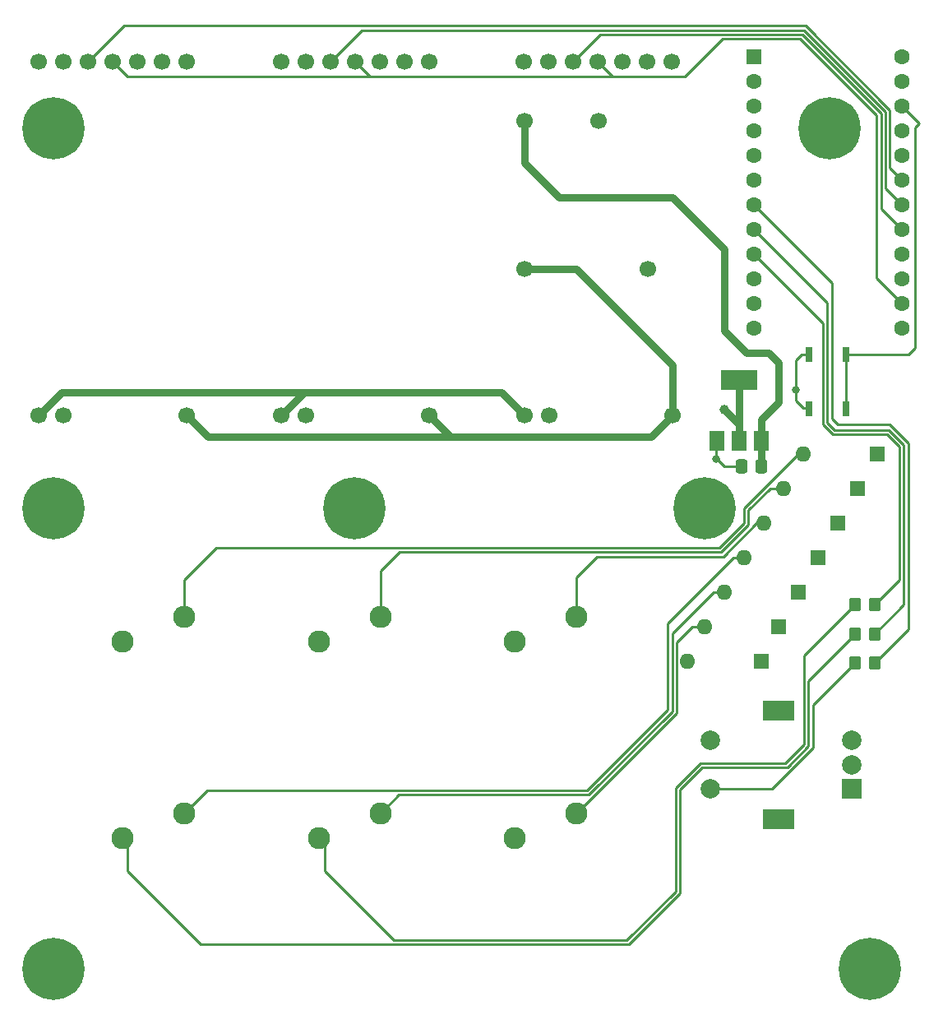
<source format=gtl>
G04 #@! TF.GenerationSoftware,KiCad,Pcbnew,7.0.1*
G04 #@! TF.CreationDate,2023-04-24T18:26:10+10:00*
G04 #@! TF.ProjectId,phi,7068692e-6b69-4636-9164-5f7063625858,rev?*
G04 #@! TF.SameCoordinates,Original*
G04 #@! TF.FileFunction,Copper,L1,Top*
G04 #@! TF.FilePolarity,Positive*
%FSLAX46Y46*%
G04 Gerber Fmt 4.6, Leading zero omitted, Abs format (unit mm)*
G04 Created by KiCad (PCBNEW 7.0.1) date 2023-04-24 18:26:10*
%MOMM*%
%LPD*%
G01*
G04 APERTURE LIST*
G04 Aperture macros list*
%AMRoundRect*
0 Rectangle with rounded corners*
0 $1 Rounding radius*
0 $2 $3 $4 $5 $6 $7 $8 $9 X,Y pos of 4 corners*
0 Add a 4 corners polygon primitive as box body*
4,1,4,$2,$3,$4,$5,$6,$7,$8,$9,$2,$3,0*
0 Add four circle primitives for the rounded corners*
1,1,$1+$1,$2,$3*
1,1,$1+$1,$4,$5*
1,1,$1+$1,$6,$7*
1,1,$1+$1,$8,$9*
0 Add four rect primitives between the rounded corners*
20,1,$1+$1,$2,$3,$4,$5,0*
20,1,$1+$1,$4,$5,$6,$7,0*
20,1,$1+$1,$6,$7,$8,$9,0*
20,1,$1+$1,$8,$9,$2,$3,0*%
G04 Aperture macros list end*
G04 #@! TA.AperFunction,ComponentPad*
%ADD10C,1.700000*%
G04 #@! TD*
G04 #@! TA.AperFunction,ComponentPad*
%ADD11C,2.286000*%
G04 #@! TD*
G04 #@! TA.AperFunction,ComponentPad*
%ADD12R,1.600000X1.600000*%
G04 #@! TD*
G04 #@! TA.AperFunction,ComponentPad*
%ADD13O,1.600000X1.600000*%
G04 #@! TD*
G04 #@! TA.AperFunction,SMDPad,CuDef*
%ADD14RoundRect,0.250000X0.350000X0.450000X-0.350000X0.450000X-0.350000X-0.450000X0.350000X-0.450000X0*%
G04 #@! TD*
G04 #@! TA.AperFunction,SMDPad,CuDef*
%ADD15R,1.500000X2.000000*%
G04 #@! TD*
G04 #@! TA.AperFunction,SMDPad,CuDef*
%ADD16R,3.800000X2.000000*%
G04 #@! TD*
G04 #@! TA.AperFunction,ComponentPad*
%ADD17C,0.800000*%
G04 #@! TD*
G04 #@! TA.AperFunction,ComponentPad*
%ADD18C,6.400000*%
G04 #@! TD*
G04 #@! TA.AperFunction,SMDPad,CuDef*
%ADD19RoundRect,0.250000X0.337500X0.475000X-0.337500X0.475000X-0.337500X-0.475000X0.337500X-0.475000X0*%
G04 #@! TD*
G04 #@! TA.AperFunction,SMDPad,CuDef*
%ADD20R,0.762000X1.524000*%
G04 #@! TD*
G04 #@! TA.AperFunction,SMDPad,CuDef*
%ADD21RoundRect,0.250000X-0.350000X-0.450000X0.350000X-0.450000X0.350000X0.450000X-0.350000X0.450000X0*%
G04 #@! TD*
G04 #@! TA.AperFunction,ComponentPad*
%ADD22R,2.000000X2.000000*%
G04 #@! TD*
G04 #@! TA.AperFunction,ComponentPad*
%ADD23C,2.000000*%
G04 #@! TD*
G04 #@! TA.AperFunction,ComponentPad*
%ADD24R,3.200000X2.000000*%
G04 #@! TD*
G04 #@! TA.AperFunction,ComponentPad*
%ADD25C,1.600000*%
G04 #@! TD*
G04 #@! TA.AperFunction,ViaPad*
%ADD26C,1.000000*%
G04 #@! TD*
G04 #@! TA.AperFunction,ViaPad*
%ADD27C,0.800000*%
G04 #@! TD*
G04 #@! TA.AperFunction,Conductor*
%ADD28C,0.750000*%
G04 #@! TD*
G04 #@! TA.AperFunction,Conductor*
%ADD29C,0.250000*%
G04 #@! TD*
G04 APERTURE END LIST*
D10*
X100100000Y-68200000D03*
X87400000Y-68200000D03*
X84860000Y-68200000D03*
X100080000Y-31800000D03*
X97540000Y-31800000D03*
X95000000Y-31800000D03*
X92460000Y-31800000D03*
X89920000Y-31800000D03*
X87380000Y-31800000D03*
X84840000Y-31800000D03*
D11*
X95073000Y-109165000D03*
X88723000Y-111705000D03*
D12*
X134309000Y-93511000D03*
D13*
X126689000Y-93511000D03*
D14*
X145977000Y-90729000D03*
X143977000Y-90729000D03*
D10*
X125130000Y-68200000D03*
X112430000Y-68200000D03*
X109890000Y-68200000D03*
X125110000Y-31800000D03*
X122570000Y-31800000D03*
X120030000Y-31800000D03*
X117490000Y-31800000D03*
X114950000Y-31800000D03*
X112410000Y-31800000D03*
X109870000Y-31800000D03*
D14*
X145977000Y-87681000D03*
X143977000Y-87681000D03*
D12*
X144215000Y-75743000D03*
D13*
X136595000Y-75743000D03*
D15*
X129723000Y-70867000D03*
X132023000Y-70867000D03*
D16*
X132023000Y-64567000D03*
D15*
X134323000Y-70867000D03*
D17*
X126067000Y-77775000D03*
X126769944Y-76077944D03*
X126769944Y-79472056D03*
X128467000Y-75375000D03*
D18*
X128467000Y-77775000D03*
D17*
X128467000Y-80175000D03*
X130164056Y-76077944D03*
X130164056Y-79472056D03*
X130867000Y-77775000D03*
X138940056Y-38659000D03*
X139643000Y-36961944D03*
X139643000Y-40356056D03*
X141340056Y-36259000D03*
D18*
X141340056Y-38659000D03*
D17*
X141340056Y-41059000D03*
X143037112Y-36961944D03*
X143037112Y-40356056D03*
X143740056Y-38659000D03*
D10*
X75140000Y-68200000D03*
X62440000Y-68200000D03*
X59900000Y-68200000D03*
X75120000Y-31800000D03*
X72580000Y-31800000D03*
X70040000Y-31800000D03*
X67500000Y-31800000D03*
X64960000Y-31800000D03*
X62420000Y-31800000D03*
X59880000Y-31800000D03*
D17*
X143085000Y-125155000D03*
X143787944Y-123457944D03*
X143787944Y-126852056D03*
X145485000Y-122755000D03*
D18*
X145485000Y-125155000D03*
D17*
X145485000Y-127555000D03*
X147182056Y-123457944D03*
X147182056Y-126852056D03*
X147885000Y-125155000D03*
D19*
X134330500Y-73457000D03*
X132255500Y-73457000D03*
D17*
X59011000Y-38659000D03*
X59713944Y-36961944D03*
X59713944Y-40356056D03*
X61411000Y-36259000D03*
D18*
X61411000Y-38659000D03*
D17*
X61411000Y-41059000D03*
X63108056Y-36961944D03*
X63108056Y-40356056D03*
X63811000Y-38659000D03*
D11*
X74859000Y-109165000D03*
X68509000Y-111705000D03*
X74873000Y-88965000D03*
X68523000Y-91505000D03*
D12*
X142183000Y-79299000D03*
D13*
X134563000Y-79299000D03*
D20*
X143046000Y-61943000D03*
X139236000Y-61943000D03*
X143046000Y-67531000D03*
X139236000Y-67531000D03*
D12*
X146247000Y-72187000D03*
D13*
X138627000Y-72187000D03*
D17*
X59011000Y-125155000D03*
X59713944Y-123457944D03*
X59713944Y-126852056D03*
X61411000Y-122755000D03*
D18*
X61411000Y-125155000D03*
D17*
X61411000Y-127555000D03*
X63108056Y-123457944D03*
X63108056Y-126852056D03*
X63811000Y-125155000D03*
X89999000Y-77775000D03*
X90701944Y-76077944D03*
X90701944Y-79472056D03*
X92399000Y-75375000D03*
D18*
X92399000Y-77775000D03*
D17*
X92399000Y-80175000D03*
X94096056Y-76077944D03*
X94096056Y-79472056D03*
X94799000Y-77775000D03*
D12*
X136087000Y-89955000D03*
D13*
X128467000Y-89955000D03*
D11*
X95073000Y-88965000D03*
X88723000Y-91505000D03*
D17*
X59011000Y-77775000D03*
X59713944Y-76077944D03*
X59713944Y-79472056D03*
X61411000Y-75375000D03*
D18*
X61411000Y-77775000D03*
D17*
X61411000Y-80175000D03*
X63108056Y-76077944D03*
X63108056Y-79472056D03*
X63811000Y-77775000D03*
D11*
X115273000Y-109165000D03*
X108923000Y-111705000D03*
D21*
X143977000Y-93679000D03*
X145977000Y-93679000D03*
D11*
X115273000Y-88965000D03*
X108923000Y-91505000D03*
D12*
X138119000Y-86399000D03*
D13*
X130499000Y-86399000D03*
D12*
X140151000Y-82855000D03*
D13*
X132531000Y-82855000D03*
D22*
X143591000Y-106691000D03*
D23*
X143591000Y-101691000D03*
X143591000Y-104191000D03*
D24*
X136091000Y-109791000D03*
X136091000Y-98591000D03*
D23*
X129091000Y-101691000D03*
X129091000Y-106691000D03*
D12*
X133547000Y-31293000D03*
D25*
X133547000Y-33833000D03*
X133547000Y-36373000D03*
X133547000Y-38913000D03*
X133547000Y-41453000D03*
X133547000Y-43993000D03*
X133547000Y-46533000D03*
X133547000Y-49073000D03*
X133547000Y-51613000D03*
X133547000Y-54153000D03*
X133547000Y-56693000D03*
X133547000Y-59233000D03*
X148787000Y-59233000D03*
X148787000Y-56693000D03*
X148787000Y-54153000D03*
X148787000Y-51613000D03*
X148787000Y-49073000D03*
X148787000Y-46533000D03*
X148787000Y-43993000D03*
X148787000Y-41453000D03*
X148787000Y-38913000D03*
X148787000Y-36373000D03*
X148787000Y-33833000D03*
X148787000Y-31293000D03*
D10*
X109925000Y-37897000D03*
X117545000Y-37897000D03*
X109925000Y-53137000D03*
X122625000Y-53137000D03*
D26*
X130499000Y-67615000D03*
D27*
X129641000Y-72737000D03*
X137865000Y-65583000D03*
D28*
X87223000Y-65837000D02*
X62263000Y-65837000D01*
X132023000Y-67717000D02*
X132023000Y-64567000D01*
X131871000Y-68987000D02*
X130499000Y-67615000D01*
X107527000Y-65837000D02*
X87223000Y-65837000D01*
X87223000Y-65837000D02*
X84860000Y-68200000D01*
X132023000Y-70867000D02*
X132023000Y-68987000D01*
X109890000Y-68200000D02*
X107527000Y-65837000D01*
X62263000Y-65837000D02*
X59900000Y-68200000D01*
X132023000Y-68987000D02*
X132023000Y-67717000D01*
D29*
X137865000Y-65583000D02*
X137865000Y-66726000D01*
X129641000Y-72737000D02*
X129641000Y-70949000D01*
X129737000Y-72695000D02*
X130499000Y-73457000D01*
X138627000Y-67488000D02*
X139193000Y-67488000D01*
X138435000Y-61943000D02*
X139236000Y-61943000D01*
X129641000Y-72737000D02*
X129723000Y-72681000D01*
X130499000Y-73457000D02*
X132255500Y-73457000D01*
X139193000Y-67488000D02*
X139236000Y-67531000D01*
X129641000Y-70949000D02*
X129723000Y-70867000D01*
X137865000Y-62513000D02*
X138435000Y-61943000D01*
X137865000Y-66726000D02*
X138627000Y-67488000D01*
X129723000Y-72681000D02*
X129737000Y-72695000D01*
X137865000Y-65583000D02*
X137865000Y-62513000D01*
D28*
X136087000Y-66853000D02*
X134323000Y-68617000D01*
X134323000Y-70867000D02*
X134323000Y-72804500D01*
X109925000Y-42215000D02*
X113481000Y-45771000D01*
X113481000Y-45771000D02*
X125165000Y-45771000D01*
X134323000Y-68617000D02*
X134323000Y-70867000D01*
X136087000Y-62789000D02*
X136087000Y-66853000D01*
X109925000Y-37897000D02*
X109925000Y-42215000D01*
X135071000Y-61773000D02*
X136087000Y-62789000D01*
X130499000Y-59487000D02*
X132785000Y-61773000D01*
X132785000Y-61773000D02*
X135071000Y-61773000D01*
X125165000Y-45771000D02*
X130499000Y-51105000D01*
X130499000Y-51105000D02*
X130499000Y-59487000D01*
D29*
X78175000Y-81839000D02*
X74873000Y-85141000D01*
X129991000Y-81839000D02*
X78175000Y-81839000D01*
X132531000Y-77775000D02*
X132531000Y-79299000D01*
X132531000Y-79299000D02*
X129991000Y-81839000D01*
X138119000Y-72187000D02*
X132531000Y-77775000D01*
X74873000Y-85141000D02*
X74873000Y-88965000D01*
X138627000Y-72187000D02*
X138119000Y-72187000D01*
X130177396Y-82289000D02*
X97029000Y-82289000D01*
X135199396Y-75743000D02*
X132981000Y-77961396D01*
X132981000Y-79485396D02*
X130177396Y-82289000D01*
X132981000Y-77961396D02*
X132981000Y-79485396D01*
X136595000Y-75743000D02*
X135199396Y-75743000D01*
X97029000Y-82289000D02*
X95073000Y-84245000D01*
X95073000Y-84245000D02*
X95073000Y-88965000D01*
X134563000Y-79299000D02*
X133803792Y-79299000D01*
X115273000Y-84873000D02*
X115273000Y-88965000D01*
X130363792Y-82739000D02*
X117407000Y-82739000D01*
X117407000Y-82739000D02*
X115273000Y-84873000D01*
X133803792Y-79299000D02*
X130363792Y-82739000D01*
X124657000Y-98488604D02*
X116342604Y-106803000D01*
X77221000Y-106803000D02*
X74859000Y-109165000D01*
X116342604Y-106803000D02*
X77221000Y-106803000D01*
X124657000Y-89597630D02*
X124657000Y-98488604D01*
X132531000Y-82855000D02*
X131399630Y-82855000D01*
X131399630Y-82855000D02*
X124657000Y-89597630D01*
X125114000Y-90652630D02*
X125114000Y-98668000D01*
X116529000Y-107253000D02*
X96985000Y-107253000D01*
X125114000Y-98668000D02*
X116529000Y-107253000D01*
X129367630Y-86399000D02*
X125114000Y-90652630D01*
X129367630Y-86399000D02*
X130499000Y-86399000D01*
X96985000Y-107253000D02*
X95073000Y-109165000D01*
X125564000Y-91614000D02*
X125564000Y-98874000D01*
X125564000Y-98874000D02*
X115273000Y-109165000D01*
X128467000Y-89955000D02*
X127223000Y-89955000D01*
X127223000Y-89955000D02*
X125564000Y-91614000D01*
D28*
X115259000Y-53137000D02*
X125130000Y-63008000D01*
X77349000Y-70409000D02*
X75140000Y-68200000D01*
X122921000Y-70409000D02*
X102309000Y-70409000D01*
X125130000Y-68200000D02*
X122921000Y-70409000D01*
X109925000Y-53137000D02*
X115259000Y-53137000D01*
X125130000Y-63008000D02*
X125130000Y-68200000D01*
X102309000Y-70409000D02*
X77349000Y-70409000D01*
X102309000Y-70409000D02*
X100100000Y-68200000D01*
D29*
X146182802Y-37324802D02*
X146182802Y-54088802D01*
X93985000Y-33325000D02*
X94177000Y-33325000D01*
X119015000Y-33325000D02*
X119069000Y-33325000D01*
X138315000Y-29457000D02*
X146182802Y-37324802D01*
X119069000Y-33325000D02*
X126435000Y-33325000D01*
X126435000Y-33325000D02*
X130303000Y-29457000D01*
X117490000Y-31800000D02*
X119015000Y-33325000D01*
X92460000Y-31800000D02*
X93985000Y-33325000D01*
X119069000Y-33325000D02*
X94177000Y-33325000D01*
X146182802Y-54088802D02*
X148787000Y-56693000D01*
X94177000Y-33325000D02*
X69025000Y-33325000D01*
X130303000Y-29457000D02*
X138315000Y-29457000D01*
X69025000Y-33325000D02*
X67500000Y-31800000D01*
X68653000Y-28107000D02*
X138874188Y-28107000D01*
X147532802Y-36765614D02*
X147532802Y-42738802D01*
X147532802Y-42738802D02*
X148787000Y-43993000D01*
X64960000Y-31800000D02*
X68653000Y-28107000D01*
X138874188Y-28107000D02*
X147532802Y-36765614D01*
X93163000Y-28557000D02*
X138687792Y-28557000D01*
X138687792Y-28557000D02*
X147082802Y-36952010D01*
X147082802Y-44828802D02*
X148787000Y-46533000D01*
X147082802Y-36952010D02*
X147082802Y-44828802D01*
X89920000Y-31800000D02*
X93163000Y-28557000D01*
X114950000Y-31800000D02*
X117743000Y-29007000D01*
X146632802Y-46918802D02*
X148787000Y-49073000D01*
X117743000Y-29007000D02*
X138501396Y-29007000D01*
X146632802Y-37138406D02*
X146632802Y-46918802D01*
X138501396Y-29007000D02*
X146632802Y-37138406D01*
X147449396Y-69705000D02*
X141861396Y-69705000D01*
X141109000Y-56635000D02*
X133547000Y-49073000D01*
X148983000Y-87723000D02*
X148983000Y-71238604D01*
X141109000Y-68952604D02*
X141109000Y-56635000D01*
X148983000Y-71238604D02*
X147449396Y-69705000D01*
X145977000Y-90729000D02*
X148983000Y-87723000D01*
X141861396Y-69705000D02*
X141109000Y-68952604D01*
X145977000Y-87681000D02*
X148533000Y-85125000D01*
X148533000Y-71425000D02*
X147263000Y-70155000D01*
X148533000Y-85125000D02*
X148533000Y-71425000D01*
X147263000Y-70155000D02*
X141675000Y-70155000D01*
X140659000Y-58725000D02*
X133547000Y-51613000D01*
X140659000Y-69139000D02*
X140659000Y-58725000D01*
X141675000Y-70155000D02*
X140659000Y-69139000D01*
X141559000Y-68515000D02*
X141559000Y-54545000D01*
X149433000Y-90223000D02*
X149433000Y-71052208D01*
X142183000Y-69139000D02*
X141559000Y-68515000D01*
X149433000Y-71052208D02*
X147519792Y-69139000D01*
X147519792Y-69139000D02*
X142183000Y-69139000D01*
X141559000Y-54545000D02*
X133547000Y-46533000D01*
X145977000Y-93679000D02*
X149433000Y-90223000D01*
X143046000Y-67531000D02*
X143046000Y-61943000D01*
X149435000Y-61943000D02*
X143046000Y-61943000D01*
X150565000Y-38151000D02*
X150141000Y-38575000D01*
X148787000Y-36373000D02*
X150565000Y-38151000D01*
X150141000Y-38575000D02*
X150141000Y-61237000D01*
X150141000Y-61237000D02*
X149435000Y-61943000D01*
X120637000Y-122689000D02*
X76593000Y-122689000D01*
X125927000Y-106731000D02*
X125927000Y-117399000D01*
X76593000Y-122689000D02*
X69031000Y-115127000D01*
X128213000Y-104445000D02*
X125927000Y-106731000D01*
X143977000Y-90729000D02*
X139135000Y-95571000D01*
X68509000Y-111811000D02*
X69031000Y-112333000D01*
X69031000Y-115127000D02*
X69031000Y-112227000D01*
X139135000Y-102284604D02*
X136974604Y-104445000D01*
X125927000Y-117399000D02*
X120637000Y-122689000D01*
X69031000Y-112227000D02*
X68509000Y-111705000D01*
X136974604Y-104445000D02*
X128213000Y-104445000D01*
X139135000Y-95571000D02*
X139135000Y-102284604D01*
X138685000Y-92973000D02*
X143977000Y-87681000D01*
X125477000Y-106544604D02*
X128026604Y-103995000D01*
X96463000Y-122239000D02*
X120450604Y-122239000D01*
X138685000Y-102098208D02*
X138685000Y-92973000D01*
X89351000Y-112333000D02*
X89351000Y-115127000D01*
X128026604Y-103995000D02*
X136788208Y-103995000D01*
X88723000Y-111705000D02*
X89351000Y-112333000D01*
X125477000Y-117212604D02*
X125477000Y-106544604D01*
X120450604Y-122239000D02*
X125477000Y-117212604D01*
X89351000Y-115127000D02*
X96463000Y-122239000D01*
X136788208Y-103995000D02*
X138685000Y-102098208D01*
X135365000Y-106691000D02*
X139643000Y-102413000D01*
X139643000Y-98013000D02*
X139643000Y-102413000D01*
X143977000Y-93679000D02*
X139643000Y-98013000D01*
X129091000Y-106691000D02*
X135365000Y-106691000D01*
M02*

</source>
